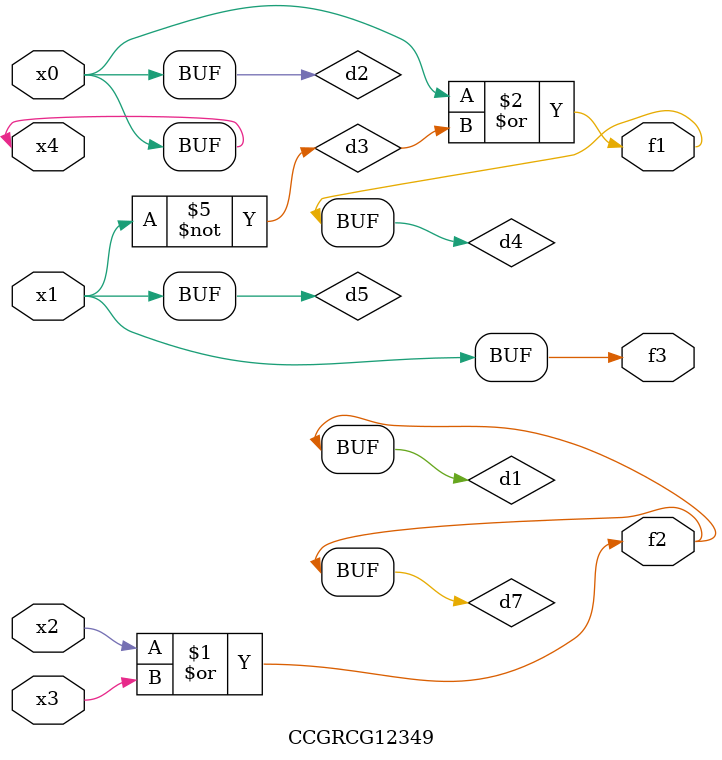
<source format=v>
module CCGRCG12349(
	input x0, x1, x2, x3, x4,
	output f1, f2, f3
);

	wire d1, d2, d3, d4, d5, d6, d7;

	or (d1, x2, x3);
	buf (d2, x0, x4);
	not (d3, x1);
	or (d4, d2, d3);
	not (d5, d3);
	nand (d6, d1, d3);
	or (d7, d1);
	assign f1 = d4;
	assign f2 = d7;
	assign f3 = d5;
endmodule

</source>
